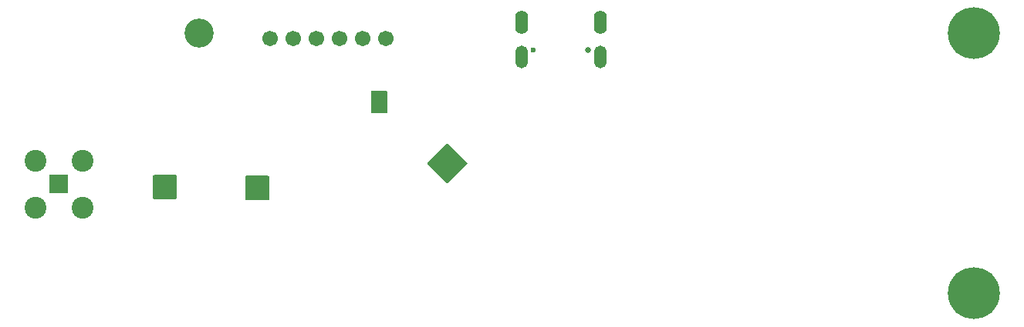
<source format=gbr>
%TF.GenerationSoftware,KiCad,Pcbnew,9.0.2+1*%
%TF.CreationDate,2025-07-24T16:09:38+01:00*%
%TF.ProjectId,OBC,4f42432e-6b69-4636-9164-5f7063625858,rev?*%
%TF.SameCoordinates,Original*%
%TF.FileFunction,Soldermask,Bot*%
%TF.FilePolarity,Negative*%
%FSLAX45Y45*%
G04 Gerber Fmt 4.5, Leading zero omitted, Abs format (unit mm)*
G04 Created by KiCad (PCBNEW 9.0.2+1) date 2025-07-24 16:09:38*
%MOMM*%
%LPD*%
G01*
G04 APERTURE LIST*
%ADD10C,3.200000*%
%ADD11R,2.100000X2.100000*%
%ADD12C,2.400000*%
%ADD13C,0.630000*%
%ADD14C,0.600000*%
%ADD15O,1.338000X2.496000*%
%ADD16O,1.404000X2.604000*%
%ADD17C,5.700000*%
%ADD18C,1.701800*%
G04 APERTURE END LIST*
D10*
%TO.C,H1*%
X12180000Y-8830000D03*
%TD*%
D11*
%TO.C,J4*%
X10640000Y-10490000D03*
D12*
X10897500Y-10747500D03*
X10897500Y-10232500D03*
X10382500Y-10232500D03*
X10382500Y-10747500D03*
%TD*%
D13*
%TO.C,J6*%
X16447342Y-9016250D03*
D14*
X15847342Y-9016250D03*
D15*
X16579342Y-9088750D03*
X15715342Y-9088750D03*
D16*
X16579342Y-8706250D03*
X15715342Y-8706250D03*
%TD*%
D17*
%TO.C,H2*%
X20680000Y-8830000D03*
%TD*%
%TO.C,H3*%
X20680000Y-11690000D03*
%TD*%
D18*
%TO.C,J1*%
X14230000Y-8890000D03*
X13976000Y-8890000D03*
X13722000Y-8890000D03*
X13468000Y-8890000D03*
X13214000Y-8890000D03*
X12960000Y-8890000D03*
%TD*%
G36*
X11930721Y-10389818D02*
G01*
X11935297Y-10395099D01*
X11936417Y-10400250D01*
X11936417Y-10639450D01*
X11934449Y-10646154D01*
X11929168Y-10650729D01*
X11924017Y-10651850D01*
X11684817Y-10651850D01*
X11678113Y-10649881D01*
X11673538Y-10644601D01*
X11672417Y-10639450D01*
X11672417Y-10400250D01*
X11674386Y-10393546D01*
X11679666Y-10388971D01*
X11684817Y-10387850D01*
X11924017Y-10387850D01*
X11930721Y-10389818D01*
G37*
G36*
X14908333Y-10039918D02*
G01*
X14912768Y-10042768D01*
X15121232Y-10251232D01*
X15124580Y-10257364D01*
X15124082Y-10264333D01*
X15121232Y-10268768D01*
X14912768Y-10477232D01*
X14906636Y-10480580D01*
X14899667Y-10480082D01*
X14895232Y-10477232D01*
X14686768Y-10268768D01*
X14683420Y-10262636D01*
X14683918Y-10255667D01*
X14686768Y-10251232D01*
X14895232Y-10042768D01*
X14901364Y-10039420D01*
X14908333Y-10039918D01*
G37*
G36*
X12943048Y-10397710D02*
G01*
X12947623Y-10402990D01*
X12948744Y-10408142D01*
X12948744Y-10648342D01*
X12946775Y-10655045D01*
X12941495Y-10659621D01*
X12936344Y-10660742D01*
X12697144Y-10660742D01*
X12690440Y-10658773D01*
X12685865Y-10653493D01*
X12684744Y-10648342D01*
X12684744Y-10408142D01*
X12686712Y-10401438D01*
X12691993Y-10396862D01*
X12697144Y-10395742D01*
X12936344Y-10395742D01*
X12943048Y-10397710D01*
G37*
G36*
X14238721Y-9461969D02*
G01*
X14243297Y-9467249D01*
X14244417Y-9472400D01*
X14244417Y-9697600D01*
X14242449Y-9704304D01*
X14237169Y-9708879D01*
X14232017Y-9710000D01*
X14079817Y-9710000D01*
X14073114Y-9708032D01*
X14068538Y-9702751D01*
X14067417Y-9697600D01*
X14067417Y-9472400D01*
X14069386Y-9465696D01*
X14074666Y-9461121D01*
X14079817Y-9460000D01*
X14232017Y-9460000D01*
X14238721Y-9461969D01*
G37*
M02*

</source>
